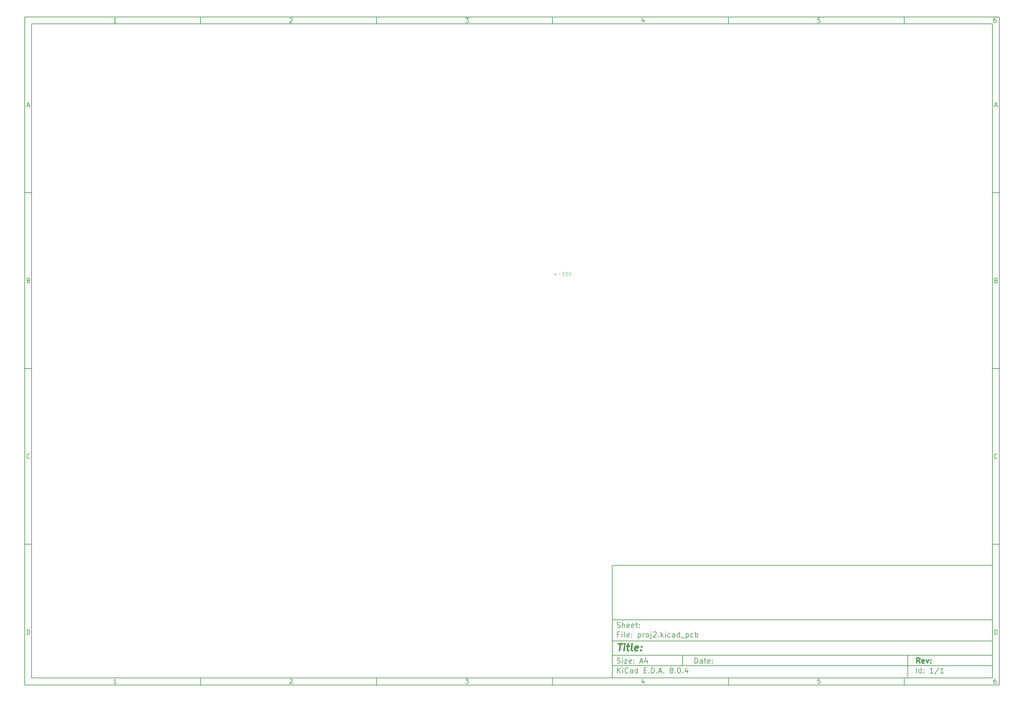
<source format=gbr>
%TF.GenerationSoftware,KiCad,Pcbnew,8.0.4*%
%TF.CreationDate,2024-08-22T11:34:41-04:00*%
%TF.ProjectId,proj2,70726f6a-322e-46b6-9963-61645f706362,rev?*%
%TF.SameCoordinates,Original*%
%TF.FileFunction,Legend,Bot*%
%TF.FilePolarity,Positive*%
%FSLAX46Y46*%
G04 Gerber Fmt 4.6, Leading zero omitted, Abs format (unit mm)*
G04 Created by KiCad (PCBNEW 8.0.4) date 2024-08-22 11:34:41*
%MOMM*%
%LPD*%
G01*
G04 APERTURE LIST*
%ADD10C,0.100000*%
%ADD11C,0.150000*%
%ADD12C,0.300000*%
%ADD13C,0.400000*%
%ADD14C,0.125000*%
G04 APERTURE END LIST*
D10*
D11*
X177002200Y-166007200D02*
X285002200Y-166007200D01*
X285002200Y-198007200D01*
X177002200Y-198007200D01*
X177002200Y-166007200D01*
D10*
D11*
X10000000Y-10000000D02*
X287002200Y-10000000D01*
X287002200Y-200007200D01*
X10000000Y-200007200D01*
X10000000Y-10000000D01*
D10*
D11*
X12000000Y-12000000D02*
X285002200Y-12000000D01*
X285002200Y-198007200D01*
X12000000Y-198007200D01*
X12000000Y-12000000D01*
D10*
D11*
X60000000Y-12000000D02*
X60000000Y-10000000D01*
D10*
D11*
X110000000Y-12000000D02*
X110000000Y-10000000D01*
D10*
D11*
X160000000Y-12000000D02*
X160000000Y-10000000D01*
D10*
D11*
X210000000Y-12000000D02*
X210000000Y-10000000D01*
D10*
D11*
X260000000Y-12000000D02*
X260000000Y-10000000D01*
D10*
D11*
X36089160Y-11593604D02*
X35346303Y-11593604D01*
X35717731Y-11593604D02*
X35717731Y-10293604D01*
X35717731Y-10293604D02*
X35593922Y-10479319D01*
X35593922Y-10479319D02*
X35470112Y-10603128D01*
X35470112Y-10603128D02*
X35346303Y-10665033D01*
D10*
D11*
X85346303Y-10417414D02*
X85408207Y-10355509D01*
X85408207Y-10355509D02*
X85532017Y-10293604D01*
X85532017Y-10293604D02*
X85841541Y-10293604D01*
X85841541Y-10293604D02*
X85965350Y-10355509D01*
X85965350Y-10355509D02*
X86027255Y-10417414D01*
X86027255Y-10417414D02*
X86089160Y-10541223D01*
X86089160Y-10541223D02*
X86089160Y-10665033D01*
X86089160Y-10665033D02*
X86027255Y-10850747D01*
X86027255Y-10850747D02*
X85284398Y-11593604D01*
X85284398Y-11593604D02*
X86089160Y-11593604D01*
D10*
D11*
X135284398Y-10293604D02*
X136089160Y-10293604D01*
X136089160Y-10293604D02*
X135655826Y-10788842D01*
X135655826Y-10788842D02*
X135841541Y-10788842D01*
X135841541Y-10788842D02*
X135965350Y-10850747D01*
X135965350Y-10850747D02*
X136027255Y-10912652D01*
X136027255Y-10912652D02*
X136089160Y-11036461D01*
X136089160Y-11036461D02*
X136089160Y-11345985D01*
X136089160Y-11345985D02*
X136027255Y-11469795D01*
X136027255Y-11469795D02*
X135965350Y-11531700D01*
X135965350Y-11531700D02*
X135841541Y-11593604D01*
X135841541Y-11593604D02*
X135470112Y-11593604D01*
X135470112Y-11593604D02*
X135346303Y-11531700D01*
X135346303Y-11531700D02*
X135284398Y-11469795D01*
D10*
D11*
X185965350Y-10726938D02*
X185965350Y-11593604D01*
X185655826Y-10231700D02*
X185346303Y-11160271D01*
X185346303Y-11160271D02*
X186151064Y-11160271D01*
D10*
D11*
X236027255Y-10293604D02*
X235408207Y-10293604D01*
X235408207Y-10293604D02*
X235346303Y-10912652D01*
X235346303Y-10912652D02*
X235408207Y-10850747D01*
X235408207Y-10850747D02*
X235532017Y-10788842D01*
X235532017Y-10788842D02*
X235841541Y-10788842D01*
X235841541Y-10788842D02*
X235965350Y-10850747D01*
X235965350Y-10850747D02*
X236027255Y-10912652D01*
X236027255Y-10912652D02*
X236089160Y-11036461D01*
X236089160Y-11036461D02*
X236089160Y-11345985D01*
X236089160Y-11345985D02*
X236027255Y-11469795D01*
X236027255Y-11469795D02*
X235965350Y-11531700D01*
X235965350Y-11531700D02*
X235841541Y-11593604D01*
X235841541Y-11593604D02*
X235532017Y-11593604D01*
X235532017Y-11593604D02*
X235408207Y-11531700D01*
X235408207Y-11531700D02*
X235346303Y-11469795D01*
D10*
D11*
X285965350Y-10293604D02*
X285717731Y-10293604D01*
X285717731Y-10293604D02*
X285593922Y-10355509D01*
X285593922Y-10355509D02*
X285532017Y-10417414D01*
X285532017Y-10417414D02*
X285408207Y-10603128D01*
X285408207Y-10603128D02*
X285346303Y-10850747D01*
X285346303Y-10850747D02*
X285346303Y-11345985D01*
X285346303Y-11345985D02*
X285408207Y-11469795D01*
X285408207Y-11469795D02*
X285470112Y-11531700D01*
X285470112Y-11531700D02*
X285593922Y-11593604D01*
X285593922Y-11593604D02*
X285841541Y-11593604D01*
X285841541Y-11593604D02*
X285965350Y-11531700D01*
X285965350Y-11531700D02*
X286027255Y-11469795D01*
X286027255Y-11469795D02*
X286089160Y-11345985D01*
X286089160Y-11345985D02*
X286089160Y-11036461D01*
X286089160Y-11036461D02*
X286027255Y-10912652D01*
X286027255Y-10912652D02*
X285965350Y-10850747D01*
X285965350Y-10850747D02*
X285841541Y-10788842D01*
X285841541Y-10788842D02*
X285593922Y-10788842D01*
X285593922Y-10788842D02*
X285470112Y-10850747D01*
X285470112Y-10850747D02*
X285408207Y-10912652D01*
X285408207Y-10912652D02*
X285346303Y-11036461D01*
D10*
D11*
X60000000Y-198007200D02*
X60000000Y-200007200D01*
D10*
D11*
X110000000Y-198007200D02*
X110000000Y-200007200D01*
D10*
D11*
X160000000Y-198007200D02*
X160000000Y-200007200D01*
D10*
D11*
X210000000Y-198007200D02*
X210000000Y-200007200D01*
D10*
D11*
X260000000Y-198007200D02*
X260000000Y-200007200D01*
D10*
D11*
X36089160Y-199600804D02*
X35346303Y-199600804D01*
X35717731Y-199600804D02*
X35717731Y-198300804D01*
X35717731Y-198300804D02*
X35593922Y-198486519D01*
X35593922Y-198486519D02*
X35470112Y-198610328D01*
X35470112Y-198610328D02*
X35346303Y-198672233D01*
D10*
D11*
X85346303Y-198424614D02*
X85408207Y-198362709D01*
X85408207Y-198362709D02*
X85532017Y-198300804D01*
X85532017Y-198300804D02*
X85841541Y-198300804D01*
X85841541Y-198300804D02*
X85965350Y-198362709D01*
X85965350Y-198362709D02*
X86027255Y-198424614D01*
X86027255Y-198424614D02*
X86089160Y-198548423D01*
X86089160Y-198548423D02*
X86089160Y-198672233D01*
X86089160Y-198672233D02*
X86027255Y-198857947D01*
X86027255Y-198857947D02*
X85284398Y-199600804D01*
X85284398Y-199600804D02*
X86089160Y-199600804D01*
D10*
D11*
X135284398Y-198300804D02*
X136089160Y-198300804D01*
X136089160Y-198300804D02*
X135655826Y-198796042D01*
X135655826Y-198796042D02*
X135841541Y-198796042D01*
X135841541Y-198796042D02*
X135965350Y-198857947D01*
X135965350Y-198857947D02*
X136027255Y-198919852D01*
X136027255Y-198919852D02*
X136089160Y-199043661D01*
X136089160Y-199043661D02*
X136089160Y-199353185D01*
X136089160Y-199353185D02*
X136027255Y-199476995D01*
X136027255Y-199476995D02*
X135965350Y-199538900D01*
X135965350Y-199538900D02*
X135841541Y-199600804D01*
X135841541Y-199600804D02*
X135470112Y-199600804D01*
X135470112Y-199600804D02*
X135346303Y-199538900D01*
X135346303Y-199538900D02*
X135284398Y-199476995D01*
D10*
D11*
X185965350Y-198734138D02*
X185965350Y-199600804D01*
X185655826Y-198238900D02*
X185346303Y-199167471D01*
X185346303Y-199167471D02*
X186151064Y-199167471D01*
D10*
D11*
X236027255Y-198300804D02*
X235408207Y-198300804D01*
X235408207Y-198300804D02*
X235346303Y-198919852D01*
X235346303Y-198919852D02*
X235408207Y-198857947D01*
X235408207Y-198857947D02*
X235532017Y-198796042D01*
X235532017Y-198796042D02*
X235841541Y-198796042D01*
X235841541Y-198796042D02*
X235965350Y-198857947D01*
X235965350Y-198857947D02*
X236027255Y-198919852D01*
X236027255Y-198919852D02*
X236089160Y-199043661D01*
X236089160Y-199043661D02*
X236089160Y-199353185D01*
X236089160Y-199353185D02*
X236027255Y-199476995D01*
X236027255Y-199476995D02*
X235965350Y-199538900D01*
X235965350Y-199538900D02*
X235841541Y-199600804D01*
X235841541Y-199600804D02*
X235532017Y-199600804D01*
X235532017Y-199600804D02*
X235408207Y-199538900D01*
X235408207Y-199538900D02*
X235346303Y-199476995D01*
D10*
D11*
X285965350Y-198300804D02*
X285717731Y-198300804D01*
X285717731Y-198300804D02*
X285593922Y-198362709D01*
X285593922Y-198362709D02*
X285532017Y-198424614D01*
X285532017Y-198424614D02*
X285408207Y-198610328D01*
X285408207Y-198610328D02*
X285346303Y-198857947D01*
X285346303Y-198857947D02*
X285346303Y-199353185D01*
X285346303Y-199353185D02*
X285408207Y-199476995D01*
X285408207Y-199476995D02*
X285470112Y-199538900D01*
X285470112Y-199538900D02*
X285593922Y-199600804D01*
X285593922Y-199600804D02*
X285841541Y-199600804D01*
X285841541Y-199600804D02*
X285965350Y-199538900D01*
X285965350Y-199538900D02*
X286027255Y-199476995D01*
X286027255Y-199476995D02*
X286089160Y-199353185D01*
X286089160Y-199353185D02*
X286089160Y-199043661D01*
X286089160Y-199043661D02*
X286027255Y-198919852D01*
X286027255Y-198919852D02*
X285965350Y-198857947D01*
X285965350Y-198857947D02*
X285841541Y-198796042D01*
X285841541Y-198796042D02*
X285593922Y-198796042D01*
X285593922Y-198796042D02*
X285470112Y-198857947D01*
X285470112Y-198857947D02*
X285408207Y-198919852D01*
X285408207Y-198919852D02*
X285346303Y-199043661D01*
D10*
D11*
X10000000Y-60000000D02*
X12000000Y-60000000D01*
D10*
D11*
X10000000Y-110000000D02*
X12000000Y-110000000D01*
D10*
D11*
X10000000Y-160000000D02*
X12000000Y-160000000D01*
D10*
D11*
X10690476Y-35222176D02*
X11309523Y-35222176D01*
X10566666Y-35593604D02*
X10999999Y-34293604D01*
X10999999Y-34293604D02*
X11433333Y-35593604D01*
D10*
D11*
X11092857Y-84912652D02*
X11278571Y-84974557D01*
X11278571Y-84974557D02*
X11340476Y-85036461D01*
X11340476Y-85036461D02*
X11402380Y-85160271D01*
X11402380Y-85160271D02*
X11402380Y-85345985D01*
X11402380Y-85345985D02*
X11340476Y-85469795D01*
X11340476Y-85469795D02*
X11278571Y-85531700D01*
X11278571Y-85531700D02*
X11154761Y-85593604D01*
X11154761Y-85593604D02*
X10659523Y-85593604D01*
X10659523Y-85593604D02*
X10659523Y-84293604D01*
X10659523Y-84293604D02*
X11092857Y-84293604D01*
X11092857Y-84293604D02*
X11216666Y-84355509D01*
X11216666Y-84355509D02*
X11278571Y-84417414D01*
X11278571Y-84417414D02*
X11340476Y-84541223D01*
X11340476Y-84541223D02*
X11340476Y-84665033D01*
X11340476Y-84665033D02*
X11278571Y-84788842D01*
X11278571Y-84788842D02*
X11216666Y-84850747D01*
X11216666Y-84850747D02*
X11092857Y-84912652D01*
X11092857Y-84912652D02*
X10659523Y-84912652D01*
D10*
D11*
X11402380Y-135469795D02*
X11340476Y-135531700D01*
X11340476Y-135531700D02*
X11154761Y-135593604D01*
X11154761Y-135593604D02*
X11030952Y-135593604D01*
X11030952Y-135593604D02*
X10845238Y-135531700D01*
X10845238Y-135531700D02*
X10721428Y-135407890D01*
X10721428Y-135407890D02*
X10659523Y-135284080D01*
X10659523Y-135284080D02*
X10597619Y-135036461D01*
X10597619Y-135036461D02*
X10597619Y-134850747D01*
X10597619Y-134850747D02*
X10659523Y-134603128D01*
X10659523Y-134603128D02*
X10721428Y-134479319D01*
X10721428Y-134479319D02*
X10845238Y-134355509D01*
X10845238Y-134355509D02*
X11030952Y-134293604D01*
X11030952Y-134293604D02*
X11154761Y-134293604D01*
X11154761Y-134293604D02*
X11340476Y-134355509D01*
X11340476Y-134355509D02*
X11402380Y-134417414D01*
D10*
D11*
X10659523Y-185593604D02*
X10659523Y-184293604D01*
X10659523Y-184293604D02*
X10969047Y-184293604D01*
X10969047Y-184293604D02*
X11154761Y-184355509D01*
X11154761Y-184355509D02*
X11278571Y-184479319D01*
X11278571Y-184479319D02*
X11340476Y-184603128D01*
X11340476Y-184603128D02*
X11402380Y-184850747D01*
X11402380Y-184850747D02*
X11402380Y-185036461D01*
X11402380Y-185036461D02*
X11340476Y-185284080D01*
X11340476Y-185284080D02*
X11278571Y-185407890D01*
X11278571Y-185407890D02*
X11154761Y-185531700D01*
X11154761Y-185531700D02*
X10969047Y-185593604D01*
X10969047Y-185593604D02*
X10659523Y-185593604D01*
D10*
D11*
X287002200Y-60000000D02*
X285002200Y-60000000D01*
D10*
D11*
X287002200Y-110000000D02*
X285002200Y-110000000D01*
D10*
D11*
X287002200Y-160000000D02*
X285002200Y-160000000D01*
D10*
D11*
X285692676Y-35222176D02*
X286311723Y-35222176D01*
X285568866Y-35593604D02*
X286002199Y-34293604D01*
X286002199Y-34293604D02*
X286435533Y-35593604D01*
D10*
D11*
X286095057Y-84912652D02*
X286280771Y-84974557D01*
X286280771Y-84974557D02*
X286342676Y-85036461D01*
X286342676Y-85036461D02*
X286404580Y-85160271D01*
X286404580Y-85160271D02*
X286404580Y-85345985D01*
X286404580Y-85345985D02*
X286342676Y-85469795D01*
X286342676Y-85469795D02*
X286280771Y-85531700D01*
X286280771Y-85531700D02*
X286156961Y-85593604D01*
X286156961Y-85593604D02*
X285661723Y-85593604D01*
X285661723Y-85593604D02*
X285661723Y-84293604D01*
X285661723Y-84293604D02*
X286095057Y-84293604D01*
X286095057Y-84293604D02*
X286218866Y-84355509D01*
X286218866Y-84355509D02*
X286280771Y-84417414D01*
X286280771Y-84417414D02*
X286342676Y-84541223D01*
X286342676Y-84541223D02*
X286342676Y-84665033D01*
X286342676Y-84665033D02*
X286280771Y-84788842D01*
X286280771Y-84788842D02*
X286218866Y-84850747D01*
X286218866Y-84850747D02*
X286095057Y-84912652D01*
X286095057Y-84912652D02*
X285661723Y-84912652D01*
D10*
D11*
X286404580Y-135469795D02*
X286342676Y-135531700D01*
X286342676Y-135531700D02*
X286156961Y-135593604D01*
X286156961Y-135593604D02*
X286033152Y-135593604D01*
X286033152Y-135593604D02*
X285847438Y-135531700D01*
X285847438Y-135531700D02*
X285723628Y-135407890D01*
X285723628Y-135407890D02*
X285661723Y-135284080D01*
X285661723Y-135284080D02*
X285599819Y-135036461D01*
X285599819Y-135036461D02*
X285599819Y-134850747D01*
X285599819Y-134850747D02*
X285661723Y-134603128D01*
X285661723Y-134603128D02*
X285723628Y-134479319D01*
X285723628Y-134479319D02*
X285847438Y-134355509D01*
X285847438Y-134355509D02*
X286033152Y-134293604D01*
X286033152Y-134293604D02*
X286156961Y-134293604D01*
X286156961Y-134293604D02*
X286342676Y-134355509D01*
X286342676Y-134355509D02*
X286404580Y-134417414D01*
D10*
D11*
X285661723Y-185593604D02*
X285661723Y-184293604D01*
X285661723Y-184293604D02*
X285971247Y-184293604D01*
X285971247Y-184293604D02*
X286156961Y-184355509D01*
X286156961Y-184355509D02*
X286280771Y-184479319D01*
X286280771Y-184479319D02*
X286342676Y-184603128D01*
X286342676Y-184603128D02*
X286404580Y-184850747D01*
X286404580Y-184850747D02*
X286404580Y-185036461D01*
X286404580Y-185036461D02*
X286342676Y-185284080D01*
X286342676Y-185284080D02*
X286280771Y-185407890D01*
X286280771Y-185407890D02*
X286156961Y-185531700D01*
X286156961Y-185531700D02*
X285971247Y-185593604D01*
X285971247Y-185593604D02*
X285661723Y-185593604D01*
D10*
D11*
X200458026Y-193793328D02*
X200458026Y-192293328D01*
X200458026Y-192293328D02*
X200815169Y-192293328D01*
X200815169Y-192293328D02*
X201029455Y-192364757D01*
X201029455Y-192364757D02*
X201172312Y-192507614D01*
X201172312Y-192507614D02*
X201243741Y-192650471D01*
X201243741Y-192650471D02*
X201315169Y-192936185D01*
X201315169Y-192936185D02*
X201315169Y-193150471D01*
X201315169Y-193150471D02*
X201243741Y-193436185D01*
X201243741Y-193436185D02*
X201172312Y-193579042D01*
X201172312Y-193579042D02*
X201029455Y-193721900D01*
X201029455Y-193721900D02*
X200815169Y-193793328D01*
X200815169Y-193793328D02*
X200458026Y-193793328D01*
X202600884Y-193793328D02*
X202600884Y-193007614D01*
X202600884Y-193007614D02*
X202529455Y-192864757D01*
X202529455Y-192864757D02*
X202386598Y-192793328D01*
X202386598Y-192793328D02*
X202100884Y-192793328D01*
X202100884Y-192793328D02*
X201958026Y-192864757D01*
X202600884Y-193721900D02*
X202458026Y-193793328D01*
X202458026Y-193793328D02*
X202100884Y-193793328D01*
X202100884Y-193793328D02*
X201958026Y-193721900D01*
X201958026Y-193721900D02*
X201886598Y-193579042D01*
X201886598Y-193579042D02*
X201886598Y-193436185D01*
X201886598Y-193436185D02*
X201958026Y-193293328D01*
X201958026Y-193293328D02*
X202100884Y-193221900D01*
X202100884Y-193221900D02*
X202458026Y-193221900D01*
X202458026Y-193221900D02*
X202600884Y-193150471D01*
X203100884Y-192793328D02*
X203672312Y-192793328D01*
X203315169Y-192293328D02*
X203315169Y-193579042D01*
X203315169Y-193579042D02*
X203386598Y-193721900D01*
X203386598Y-193721900D02*
X203529455Y-193793328D01*
X203529455Y-193793328D02*
X203672312Y-193793328D01*
X204743741Y-193721900D02*
X204600884Y-193793328D01*
X204600884Y-193793328D02*
X204315170Y-193793328D01*
X204315170Y-193793328D02*
X204172312Y-193721900D01*
X204172312Y-193721900D02*
X204100884Y-193579042D01*
X204100884Y-193579042D02*
X204100884Y-193007614D01*
X204100884Y-193007614D02*
X204172312Y-192864757D01*
X204172312Y-192864757D02*
X204315170Y-192793328D01*
X204315170Y-192793328D02*
X204600884Y-192793328D01*
X204600884Y-192793328D02*
X204743741Y-192864757D01*
X204743741Y-192864757D02*
X204815170Y-193007614D01*
X204815170Y-193007614D02*
X204815170Y-193150471D01*
X204815170Y-193150471D02*
X204100884Y-193293328D01*
X205458026Y-193650471D02*
X205529455Y-193721900D01*
X205529455Y-193721900D02*
X205458026Y-193793328D01*
X205458026Y-193793328D02*
X205386598Y-193721900D01*
X205386598Y-193721900D02*
X205458026Y-193650471D01*
X205458026Y-193650471D02*
X205458026Y-193793328D01*
X205458026Y-192864757D02*
X205529455Y-192936185D01*
X205529455Y-192936185D02*
X205458026Y-193007614D01*
X205458026Y-193007614D02*
X205386598Y-192936185D01*
X205386598Y-192936185D02*
X205458026Y-192864757D01*
X205458026Y-192864757D02*
X205458026Y-193007614D01*
D10*
D11*
X177002200Y-194507200D02*
X285002200Y-194507200D01*
D10*
D11*
X178458026Y-196593328D02*
X178458026Y-195093328D01*
X179315169Y-196593328D02*
X178672312Y-195736185D01*
X179315169Y-195093328D02*
X178458026Y-195950471D01*
X179958026Y-196593328D02*
X179958026Y-195593328D01*
X179958026Y-195093328D02*
X179886598Y-195164757D01*
X179886598Y-195164757D02*
X179958026Y-195236185D01*
X179958026Y-195236185D02*
X180029455Y-195164757D01*
X180029455Y-195164757D02*
X179958026Y-195093328D01*
X179958026Y-195093328D02*
X179958026Y-195236185D01*
X181529455Y-196450471D02*
X181458027Y-196521900D01*
X181458027Y-196521900D02*
X181243741Y-196593328D01*
X181243741Y-196593328D02*
X181100884Y-196593328D01*
X181100884Y-196593328D02*
X180886598Y-196521900D01*
X180886598Y-196521900D02*
X180743741Y-196379042D01*
X180743741Y-196379042D02*
X180672312Y-196236185D01*
X180672312Y-196236185D02*
X180600884Y-195950471D01*
X180600884Y-195950471D02*
X180600884Y-195736185D01*
X180600884Y-195736185D02*
X180672312Y-195450471D01*
X180672312Y-195450471D02*
X180743741Y-195307614D01*
X180743741Y-195307614D02*
X180886598Y-195164757D01*
X180886598Y-195164757D02*
X181100884Y-195093328D01*
X181100884Y-195093328D02*
X181243741Y-195093328D01*
X181243741Y-195093328D02*
X181458027Y-195164757D01*
X181458027Y-195164757D02*
X181529455Y-195236185D01*
X182815170Y-196593328D02*
X182815170Y-195807614D01*
X182815170Y-195807614D02*
X182743741Y-195664757D01*
X182743741Y-195664757D02*
X182600884Y-195593328D01*
X182600884Y-195593328D02*
X182315170Y-195593328D01*
X182315170Y-195593328D02*
X182172312Y-195664757D01*
X182815170Y-196521900D02*
X182672312Y-196593328D01*
X182672312Y-196593328D02*
X182315170Y-196593328D01*
X182315170Y-196593328D02*
X182172312Y-196521900D01*
X182172312Y-196521900D02*
X182100884Y-196379042D01*
X182100884Y-196379042D02*
X182100884Y-196236185D01*
X182100884Y-196236185D02*
X182172312Y-196093328D01*
X182172312Y-196093328D02*
X182315170Y-196021900D01*
X182315170Y-196021900D02*
X182672312Y-196021900D01*
X182672312Y-196021900D02*
X182815170Y-195950471D01*
X184172313Y-196593328D02*
X184172313Y-195093328D01*
X184172313Y-196521900D02*
X184029455Y-196593328D01*
X184029455Y-196593328D02*
X183743741Y-196593328D01*
X183743741Y-196593328D02*
X183600884Y-196521900D01*
X183600884Y-196521900D02*
X183529455Y-196450471D01*
X183529455Y-196450471D02*
X183458027Y-196307614D01*
X183458027Y-196307614D02*
X183458027Y-195879042D01*
X183458027Y-195879042D02*
X183529455Y-195736185D01*
X183529455Y-195736185D02*
X183600884Y-195664757D01*
X183600884Y-195664757D02*
X183743741Y-195593328D01*
X183743741Y-195593328D02*
X184029455Y-195593328D01*
X184029455Y-195593328D02*
X184172313Y-195664757D01*
X186029455Y-195807614D02*
X186529455Y-195807614D01*
X186743741Y-196593328D02*
X186029455Y-196593328D01*
X186029455Y-196593328D02*
X186029455Y-195093328D01*
X186029455Y-195093328D02*
X186743741Y-195093328D01*
X187386598Y-196450471D02*
X187458027Y-196521900D01*
X187458027Y-196521900D02*
X187386598Y-196593328D01*
X187386598Y-196593328D02*
X187315170Y-196521900D01*
X187315170Y-196521900D02*
X187386598Y-196450471D01*
X187386598Y-196450471D02*
X187386598Y-196593328D01*
X188100884Y-196593328D02*
X188100884Y-195093328D01*
X188100884Y-195093328D02*
X188458027Y-195093328D01*
X188458027Y-195093328D02*
X188672313Y-195164757D01*
X188672313Y-195164757D02*
X188815170Y-195307614D01*
X188815170Y-195307614D02*
X188886599Y-195450471D01*
X188886599Y-195450471D02*
X188958027Y-195736185D01*
X188958027Y-195736185D02*
X188958027Y-195950471D01*
X188958027Y-195950471D02*
X188886599Y-196236185D01*
X188886599Y-196236185D02*
X188815170Y-196379042D01*
X188815170Y-196379042D02*
X188672313Y-196521900D01*
X188672313Y-196521900D02*
X188458027Y-196593328D01*
X188458027Y-196593328D02*
X188100884Y-196593328D01*
X189600884Y-196450471D02*
X189672313Y-196521900D01*
X189672313Y-196521900D02*
X189600884Y-196593328D01*
X189600884Y-196593328D02*
X189529456Y-196521900D01*
X189529456Y-196521900D02*
X189600884Y-196450471D01*
X189600884Y-196450471D02*
X189600884Y-196593328D01*
X190243742Y-196164757D02*
X190958028Y-196164757D01*
X190100885Y-196593328D02*
X190600885Y-195093328D01*
X190600885Y-195093328D02*
X191100885Y-196593328D01*
X191600884Y-196450471D02*
X191672313Y-196521900D01*
X191672313Y-196521900D02*
X191600884Y-196593328D01*
X191600884Y-196593328D02*
X191529456Y-196521900D01*
X191529456Y-196521900D02*
X191600884Y-196450471D01*
X191600884Y-196450471D02*
X191600884Y-196593328D01*
X193672313Y-195736185D02*
X193529456Y-195664757D01*
X193529456Y-195664757D02*
X193458027Y-195593328D01*
X193458027Y-195593328D02*
X193386599Y-195450471D01*
X193386599Y-195450471D02*
X193386599Y-195379042D01*
X193386599Y-195379042D02*
X193458027Y-195236185D01*
X193458027Y-195236185D02*
X193529456Y-195164757D01*
X193529456Y-195164757D02*
X193672313Y-195093328D01*
X193672313Y-195093328D02*
X193958027Y-195093328D01*
X193958027Y-195093328D02*
X194100885Y-195164757D01*
X194100885Y-195164757D02*
X194172313Y-195236185D01*
X194172313Y-195236185D02*
X194243742Y-195379042D01*
X194243742Y-195379042D02*
X194243742Y-195450471D01*
X194243742Y-195450471D02*
X194172313Y-195593328D01*
X194172313Y-195593328D02*
X194100885Y-195664757D01*
X194100885Y-195664757D02*
X193958027Y-195736185D01*
X193958027Y-195736185D02*
X193672313Y-195736185D01*
X193672313Y-195736185D02*
X193529456Y-195807614D01*
X193529456Y-195807614D02*
X193458027Y-195879042D01*
X193458027Y-195879042D02*
X193386599Y-196021900D01*
X193386599Y-196021900D02*
X193386599Y-196307614D01*
X193386599Y-196307614D02*
X193458027Y-196450471D01*
X193458027Y-196450471D02*
X193529456Y-196521900D01*
X193529456Y-196521900D02*
X193672313Y-196593328D01*
X193672313Y-196593328D02*
X193958027Y-196593328D01*
X193958027Y-196593328D02*
X194100885Y-196521900D01*
X194100885Y-196521900D02*
X194172313Y-196450471D01*
X194172313Y-196450471D02*
X194243742Y-196307614D01*
X194243742Y-196307614D02*
X194243742Y-196021900D01*
X194243742Y-196021900D02*
X194172313Y-195879042D01*
X194172313Y-195879042D02*
X194100885Y-195807614D01*
X194100885Y-195807614D02*
X193958027Y-195736185D01*
X194886598Y-196450471D02*
X194958027Y-196521900D01*
X194958027Y-196521900D02*
X194886598Y-196593328D01*
X194886598Y-196593328D02*
X194815170Y-196521900D01*
X194815170Y-196521900D02*
X194886598Y-196450471D01*
X194886598Y-196450471D02*
X194886598Y-196593328D01*
X195886599Y-195093328D02*
X196029456Y-195093328D01*
X196029456Y-195093328D02*
X196172313Y-195164757D01*
X196172313Y-195164757D02*
X196243742Y-195236185D01*
X196243742Y-195236185D02*
X196315170Y-195379042D01*
X196315170Y-195379042D02*
X196386599Y-195664757D01*
X196386599Y-195664757D02*
X196386599Y-196021900D01*
X196386599Y-196021900D02*
X196315170Y-196307614D01*
X196315170Y-196307614D02*
X196243742Y-196450471D01*
X196243742Y-196450471D02*
X196172313Y-196521900D01*
X196172313Y-196521900D02*
X196029456Y-196593328D01*
X196029456Y-196593328D02*
X195886599Y-196593328D01*
X195886599Y-196593328D02*
X195743742Y-196521900D01*
X195743742Y-196521900D02*
X195672313Y-196450471D01*
X195672313Y-196450471D02*
X195600884Y-196307614D01*
X195600884Y-196307614D02*
X195529456Y-196021900D01*
X195529456Y-196021900D02*
X195529456Y-195664757D01*
X195529456Y-195664757D02*
X195600884Y-195379042D01*
X195600884Y-195379042D02*
X195672313Y-195236185D01*
X195672313Y-195236185D02*
X195743742Y-195164757D01*
X195743742Y-195164757D02*
X195886599Y-195093328D01*
X197029455Y-196450471D02*
X197100884Y-196521900D01*
X197100884Y-196521900D02*
X197029455Y-196593328D01*
X197029455Y-196593328D02*
X196958027Y-196521900D01*
X196958027Y-196521900D02*
X197029455Y-196450471D01*
X197029455Y-196450471D02*
X197029455Y-196593328D01*
X198386599Y-195593328D02*
X198386599Y-196593328D01*
X198029456Y-195021900D02*
X197672313Y-196093328D01*
X197672313Y-196093328D02*
X198600884Y-196093328D01*
D10*
D11*
X177002200Y-191507200D02*
X285002200Y-191507200D01*
D10*
D12*
X264413853Y-193785528D02*
X263913853Y-193071242D01*
X263556710Y-193785528D02*
X263556710Y-192285528D01*
X263556710Y-192285528D02*
X264128139Y-192285528D01*
X264128139Y-192285528D02*
X264270996Y-192356957D01*
X264270996Y-192356957D02*
X264342425Y-192428385D01*
X264342425Y-192428385D02*
X264413853Y-192571242D01*
X264413853Y-192571242D02*
X264413853Y-192785528D01*
X264413853Y-192785528D02*
X264342425Y-192928385D01*
X264342425Y-192928385D02*
X264270996Y-192999814D01*
X264270996Y-192999814D02*
X264128139Y-193071242D01*
X264128139Y-193071242D02*
X263556710Y-193071242D01*
X265628139Y-193714100D02*
X265485282Y-193785528D01*
X265485282Y-193785528D02*
X265199568Y-193785528D01*
X265199568Y-193785528D02*
X265056710Y-193714100D01*
X265056710Y-193714100D02*
X264985282Y-193571242D01*
X264985282Y-193571242D02*
X264985282Y-192999814D01*
X264985282Y-192999814D02*
X265056710Y-192856957D01*
X265056710Y-192856957D02*
X265199568Y-192785528D01*
X265199568Y-192785528D02*
X265485282Y-192785528D01*
X265485282Y-192785528D02*
X265628139Y-192856957D01*
X265628139Y-192856957D02*
X265699568Y-192999814D01*
X265699568Y-192999814D02*
X265699568Y-193142671D01*
X265699568Y-193142671D02*
X264985282Y-193285528D01*
X266199567Y-192785528D02*
X266556710Y-193785528D01*
X266556710Y-193785528D02*
X266913853Y-192785528D01*
X267485281Y-193642671D02*
X267556710Y-193714100D01*
X267556710Y-193714100D02*
X267485281Y-193785528D01*
X267485281Y-193785528D02*
X267413853Y-193714100D01*
X267413853Y-193714100D02*
X267485281Y-193642671D01*
X267485281Y-193642671D02*
X267485281Y-193785528D01*
X267485281Y-192856957D02*
X267556710Y-192928385D01*
X267556710Y-192928385D02*
X267485281Y-192999814D01*
X267485281Y-192999814D02*
X267413853Y-192928385D01*
X267413853Y-192928385D02*
X267485281Y-192856957D01*
X267485281Y-192856957D02*
X267485281Y-192999814D01*
D10*
D11*
X178386598Y-193721900D02*
X178600884Y-193793328D01*
X178600884Y-193793328D02*
X178958026Y-193793328D01*
X178958026Y-193793328D02*
X179100884Y-193721900D01*
X179100884Y-193721900D02*
X179172312Y-193650471D01*
X179172312Y-193650471D02*
X179243741Y-193507614D01*
X179243741Y-193507614D02*
X179243741Y-193364757D01*
X179243741Y-193364757D02*
X179172312Y-193221900D01*
X179172312Y-193221900D02*
X179100884Y-193150471D01*
X179100884Y-193150471D02*
X178958026Y-193079042D01*
X178958026Y-193079042D02*
X178672312Y-193007614D01*
X178672312Y-193007614D02*
X178529455Y-192936185D01*
X178529455Y-192936185D02*
X178458026Y-192864757D01*
X178458026Y-192864757D02*
X178386598Y-192721900D01*
X178386598Y-192721900D02*
X178386598Y-192579042D01*
X178386598Y-192579042D02*
X178458026Y-192436185D01*
X178458026Y-192436185D02*
X178529455Y-192364757D01*
X178529455Y-192364757D02*
X178672312Y-192293328D01*
X178672312Y-192293328D02*
X179029455Y-192293328D01*
X179029455Y-192293328D02*
X179243741Y-192364757D01*
X179886597Y-193793328D02*
X179886597Y-192793328D01*
X179886597Y-192293328D02*
X179815169Y-192364757D01*
X179815169Y-192364757D02*
X179886597Y-192436185D01*
X179886597Y-192436185D02*
X179958026Y-192364757D01*
X179958026Y-192364757D02*
X179886597Y-192293328D01*
X179886597Y-192293328D02*
X179886597Y-192436185D01*
X180458026Y-192793328D02*
X181243741Y-192793328D01*
X181243741Y-192793328D02*
X180458026Y-193793328D01*
X180458026Y-193793328D02*
X181243741Y-193793328D01*
X182386598Y-193721900D02*
X182243741Y-193793328D01*
X182243741Y-193793328D02*
X181958027Y-193793328D01*
X181958027Y-193793328D02*
X181815169Y-193721900D01*
X181815169Y-193721900D02*
X181743741Y-193579042D01*
X181743741Y-193579042D02*
X181743741Y-193007614D01*
X181743741Y-193007614D02*
X181815169Y-192864757D01*
X181815169Y-192864757D02*
X181958027Y-192793328D01*
X181958027Y-192793328D02*
X182243741Y-192793328D01*
X182243741Y-192793328D02*
X182386598Y-192864757D01*
X182386598Y-192864757D02*
X182458027Y-193007614D01*
X182458027Y-193007614D02*
X182458027Y-193150471D01*
X182458027Y-193150471D02*
X181743741Y-193293328D01*
X183100883Y-193650471D02*
X183172312Y-193721900D01*
X183172312Y-193721900D02*
X183100883Y-193793328D01*
X183100883Y-193793328D02*
X183029455Y-193721900D01*
X183029455Y-193721900D02*
X183100883Y-193650471D01*
X183100883Y-193650471D02*
X183100883Y-193793328D01*
X183100883Y-192864757D02*
X183172312Y-192936185D01*
X183172312Y-192936185D02*
X183100883Y-193007614D01*
X183100883Y-193007614D02*
X183029455Y-192936185D01*
X183029455Y-192936185D02*
X183100883Y-192864757D01*
X183100883Y-192864757D02*
X183100883Y-193007614D01*
X184886598Y-193364757D02*
X185600884Y-193364757D01*
X184743741Y-193793328D02*
X185243741Y-192293328D01*
X185243741Y-192293328D02*
X185743741Y-193793328D01*
X186886598Y-192793328D02*
X186886598Y-193793328D01*
X186529455Y-192221900D02*
X186172312Y-193293328D01*
X186172312Y-193293328D02*
X187100883Y-193293328D01*
D10*
D11*
X263458026Y-196593328D02*
X263458026Y-195093328D01*
X264815170Y-196593328D02*
X264815170Y-195093328D01*
X264815170Y-196521900D02*
X264672312Y-196593328D01*
X264672312Y-196593328D02*
X264386598Y-196593328D01*
X264386598Y-196593328D02*
X264243741Y-196521900D01*
X264243741Y-196521900D02*
X264172312Y-196450471D01*
X264172312Y-196450471D02*
X264100884Y-196307614D01*
X264100884Y-196307614D02*
X264100884Y-195879042D01*
X264100884Y-195879042D02*
X264172312Y-195736185D01*
X264172312Y-195736185D02*
X264243741Y-195664757D01*
X264243741Y-195664757D02*
X264386598Y-195593328D01*
X264386598Y-195593328D02*
X264672312Y-195593328D01*
X264672312Y-195593328D02*
X264815170Y-195664757D01*
X265529455Y-196450471D02*
X265600884Y-196521900D01*
X265600884Y-196521900D02*
X265529455Y-196593328D01*
X265529455Y-196593328D02*
X265458027Y-196521900D01*
X265458027Y-196521900D02*
X265529455Y-196450471D01*
X265529455Y-196450471D02*
X265529455Y-196593328D01*
X265529455Y-195664757D02*
X265600884Y-195736185D01*
X265600884Y-195736185D02*
X265529455Y-195807614D01*
X265529455Y-195807614D02*
X265458027Y-195736185D01*
X265458027Y-195736185D02*
X265529455Y-195664757D01*
X265529455Y-195664757D02*
X265529455Y-195807614D01*
X268172313Y-196593328D02*
X267315170Y-196593328D01*
X267743741Y-196593328D02*
X267743741Y-195093328D01*
X267743741Y-195093328D02*
X267600884Y-195307614D01*
X267600884Y-195307614D02*
X267458027Y-195450471D01*
X267458027Y-195450471D02*
X267315170Y-195521900D01*
X269886598Y-195021900D02*
X268600884Y-196950471D01*
X271172313Y-196593328D02*
X270315170Y-196593328D01*
X270743741Y-196593328D02*
X270743741Y-195093328D01*
X270743741Y-195093328D02*
X270600884Y-195307614D01*
X270600884Y-195307614D02*
X270458027Y-195450471D01*
X270458027Y-195450471D02*
X270315170Y-195521900D01*
D10*
D11*
X177002200Y-187507200D02*
X285002200Y-187507200D01*
D10*
D13*
X178693928Y-188211638D02*
X179836785Y-188211638D01*
X179015357Y-190211638D02*
X179265357Y-188211638D01*
X180253452Y-190211638D02*
X180420119Y-188878304D01*
X180503452Y-188211638D02*
X180396309Y-188306876D01*
X180396309Y-188306876D02*
X180479643Y-188402114D01*
X180479643Y-188402114D02*
X180586786Y-188306876D01*
X180586786Y-188306876D02*
X180503452Y-188211638D01*
X180503452Y-188211638D02*
X180479643Y-188402114D01*
X181086786Y-188878304D02*
X181848690Y-188878304D01*
X181455833Y-188211638D02*
X181241548Y-189925923D01*
X181241548Y-189925923D02*
X181312976Y-190116400D01*
X181312976Y-190116400D02*
X181491548Y-190211638D01*
X181491548Y-190211638D02*
X181682024Y-190211638D01*
X182634405Y-190211638D02*
X182455833Y-190116400D01*
X182455833Y-190116400D02*
X182384405Y-189925923D01*
X182384405Y-189925923D02*
X182598690Y-188211638D01*
X184170119Y-190116400D02*
X183967738Y-190211638D01*
X183967738Y-190211638D02*
X183586785Y-190211638D01*
X183586785Y-190211638D02*
X183408214Y-190116400D01*
X183408214Y-190116400D02*
X183336785Y-189925923D01*
X183336785Y-189925923D02*
X183432024Y-189164019D01*
X183432024Y-189164019D02*
X183551071Y-188973542D01*
X183551071Y-188973542D02*
X183753452Y-188878304D01*
X183753452Y-188878304D02*
X184134404Y-188878304D01*
X184134404Y-188878304D02*
X184312976Y-188973542D01*
X184312976Y-188973542D02*
X184384404Y-189164019D01*
X184384404Y-189164019D02*
X184360595Y-189354495D01*
X184360595Y-189354495D02*
X183384404Y-189544971D01*
X185134405Y-190021161D02*
X185217738Y-190116400D01*
X185217738Y-190116400D02*
X185110595Y-190211638D01*
X185110595Y-190211638D02*
X185027262Y-190116400D01*
X185027262Y-190116400D02*
X185134405Y-190021161D01*
X185134405Y-190021161D02*
X185110595Y-190211638D01*
X185265357Y-188973542D02*
X185348690Y-189068780D01*
X185348690Y-189068780D02*
X185241548Y-189164019D01*
X185241548Y-189164019D02*
X185158214Y-189068780D01*
X185158214Y-189068780D02*
X185265357Y-188973542D01*
X185265357Y-188973542D02*
X185241548Y-189164019D01*
D10*
D11*
X178958026Y-185607614D02*
X178458026Y-185607614D01*
X178458026Y-186393328D02*
X178458026Y-184893328D01*
X178458026Y-184893328D02*
X179172312Y-184893328D01*
X179743740Y-186393328D02*
X179743740Y-185393328D01*
X179743740Y-184893328D02*
X179672312Y-184964757D01*
X179672312Y-184964757D02*
X179743740Y-185036185D01*
X179743740Y-185036185D02*
X179815169Y-184964757D01*
X179815169Y-184964757D02*
X179743740Y-184893328D01*
X179743740Y-184893328D02*
X179743740Y-185036185D01*
X180672312Y-186393328D02*
X180529455Y-186321900D01*
X180529455Y-186321900D02*
X180458026Y-186179042D01*
X180458026Y-186179042D02*
X180458026Y-184893328D01*
X181815169Y-186321900D02*
X181672312Y-186393328D01*
X181672312Y-186393328D02*
X181386598Y-186393328D01*
X181386598Y-186393328D02*
X181243740Y-186321900D01*
X181243740Y-186321900D02*
X181172312Y-186179042D01*
X181172312Y-186179042D02*
X181172312Y-185607614D01*
X181172312Y-185607614D02*
X181243740Y-185464757D01*
X181243740Y-185464757D02*
X181386598Y-185393328D01*
X181386598Y-185393328D02*
X181672312Y-185393328D01*
X181672312Y-185393328D02*
X181815169Y-185464757D01*
X181815169Y-185464757D02*
X181886598Y-185607614D01*
X181886598Y-185607614D02*
X181886598Y-185750471D01*
X181886598Y-185750471D02*
X181172312Y-185893328D01*
X182529454Y-186250471D02*
X182600883Y-186321900D01*
X182600883Y-186321900D02*
X182529454Y-186393328D01*
X182529454Y-186393328D02*
X182458026Y-186321900D01*
X182458026Y-186321900D02*
X182529454Y-186250471D01*
X182529454Y-186250471D02*
X182529454Y-186393328D01*
X182529454Y-185464757D02*
X182600883Y-185536185D01*
X182600883Y-185536185D02*
X182529454Y-185607614D01*
X182529454Y-185607614D02*
X182458026Y-185536185D01*
X182458026Y-185536185D02*
X182529454Y-185464757D01*
X182529454Y-185464757D02*
X182529454Y-185607614D01*
X184386597Y-185393328D02*
X184386597Y-186893328D01*
X184386597Y-185464757D02*
X184529455Y-185393328D01*
X184529455Y-185393328D02*
X184815169Y-185393328D01*
X184815169Y-185393328D02*
X184958026Y-185464757D01*
X184958026Y-185464757D02*
X185029455Y-185536185D01*
X185029455Y-185536185D02*
X185100883Y-185679042D01*
X185100883Y-185679042D02*
X185100883Y-186107614D01*
X185100883Y-186107614D02*
X185029455Y-186250471D01*
X185029455Y-186250471D02*
X184958026Y-186321900D01*
X184958026Y-186321900D02*
X184815169Y-186393328D01*
X184815169Y-186393328D02*
X184529455Y-186393328D01*
X184529455Y-186393328D02*
X184386597Y-186321900D01*
X185743740Y-186393328D02*
X185743740Y-185393328D01*
X185743740Y-185679042D02*
X185815169Y-185536185D01*
X185815169Y-185536185D02*
X185886598Y-185464757D01*
X185886598Y-185464757D02*
X186029455Y-185393328D01*
X186029455Y-185393328D02*
X186172312Y-185393328D01*
X186886597Y-186393328D02*
X186743740Y-186321900D01*
X186743740Y-186321900D02*
X186672311Y-186250471D01*
X186672311Y-186250471D02*
X186600883Y-186107614D01*
X186600883Y-186107614D02*
X186600883Y-185679042D01*
X186600883Y-185679042D02*
X186672311Y-185536185D01*
X186672311Y-185536185D02*
X186743740Y-185464757D01*
X186743740Y-185464757D02*
X186886597Y-185393328D01*
X186886597Y-185393328D02*
X187100883Y-185393328D01*
X187100883Y-185393328D02*
X187243740Y-185464757D01*
X187243740Y-185464757D02*
X187315169Y-185536185D01*
X187315169Y-185536185D02*
X187386597Y-185679042D01*
X187386597Y-185679042D02*
X187386597Y-186107614D01*
X187386597Y-186107614D02*
X187315169Y-186250471D01*
X187315169Y-186250471D02*
X187243740Y-186321900D01*
X187243740Y-186321900D02*
X187100883Y-186393328D01*
X187100883Y-186393328D02*
X186886597Y-186393328D01*
X188029454Y-185393328D02*
X188029454Y-186679042D01*
X188029454Y-186679042D02*
X187958026Y-186821900D01*
X187958026Y-186821900D02*
X187815169Y-186893328D01*
X187815169Y-186893328D02*
X187743740Y-186893328D01*
X188029454Y-184893328D02*
X187958026Y-184964757D01*
X187958026Y-184964757D02*
X188029454Y-185036185D01*
X188029454Y-185036185D02*
X188100883Y-184964757D01*
X188100883Y-184964757D02*
X188029454Y-184893328D01*
X188029454Y-184893328D02*
X188029454Y-185036185D01*
X188672312Y-185036185D02*
X188743740Y-184964757D01*
X188743740Y-184964757D02*
X188886598Y-184893328D01*
X188886598Y-184893328D02*
X189243740Y-184893328D01*
X189243740Y-184893328D02*
X189386598Y-184964757D01*
X189386598Y-184964757D02*
X189458026Y-185036185D01*
X189458026Y-185036185D02*
X189529455Y-185179042D01*
X189529455Y-185179042D02*
X189529455Y-185321900D01*
X189529455Y-185321900D02*
X189458026Y-185536185D01*
X189458026Y-185536185D02*
X188600883Y-186393328D01*
X188600883Y-186393328D02*
X189529455Y-186393328D01*
X190172311Y-186250471D02*
X190243740Y-186321900D01*
X190243740Y-186321900D02*
X190172311Y-186393328D01*
X190172311Y-186393328D02*
X190100883Y-186321900D01*
X190100883Y-186321900D02*
X190172311Y-186250471D01*
X190172311Y-186250471D02*
X190172311Y-186393328D01*
X190886597Y-186393328D02*
X190886597Y-184893328D01*
X191029455Y-185821900D02*
X191458026Y-186393328D01*
X191458026Y-185393328D02*
X190886597Y-185964757D01*
X192100883Y-186393328D02*
X192100883Y-185393328D01*
X192100883Y-184893328D02*
X192029455Y-184964757D01*
X192029455Y-184964757D02*
X192100883Y-185036185D01*
X192100883Y-185036185D02*
X192172312Y-184964757D01*
X192172312Y-184964757D02*
X192100883Y-184893328D01*
X192100883Y-184893328D02*
X192100883Y-185036185D01*
X193458027Y-186321900D02*
X193315169Y-186393328D01*
X193315169Y-186393328D02*
X193029455Y-186393328D01*
X193029455Y-186393328D02*
X192886598Y-186321900D01*
X192886598Y-186321900D02*
X192815169Y-186250471D01*
X192815169Y-186250471D02*
X192743741Y-186107614D01*
X192743741Y-186107614D02*
X192743741Y-185679042D01*
X192743741Y-185679042D02*
X192815169Y-185536185D01*
X192815169Y-185536185D02*
X192886598Y-185464757D01*
X192886598Y-185464757D02*
X193029455Y-185393328D01*
X193029455Y-185393328D02*
X193315169Y-185393328D01*
X193315169Y-185393328D02*
X193458027Y-185464757D01*
X194743741Y-186393328D02*
X194743741Y-185607614D01*
X194743741Y-185607614D02*
X194672312Y-185464757D01*
X194672312Y-185464757D02*
X194529455Y-185393328D01*
X194529455Y-185393328D02*
X194243741Y-185393328D01*
X194243741Y-185393328D02*
X194100883Y-185464757D01*
X194743741Y-186321900D02*
X194600883Y-186393328D01*
X194600883Y-186393328D02*
X194243741Y-186393328D01*
X194243741Y-186393328D02*
X194100883Y-186321900D01*
X194100883Y-186321900D02*
X194029455Y-186179042D01*
X194029455Y-186179042D02*
X194029455Y-186036185D01*
X194029455Y-186036185D02*
X194100883Y-185893328D01*
X194100883Y-185893328D02*
X194243741Y-185821900D01*
X194243741Y-185821900D02*
X194600883Y-185821900D01*
X194600883Y-185821900D02*
X194743741Y-185750471D01*
X196100884Y-186393328D02*
X196100884Y-184893328D01*
X196100884Y-186321900D02*
X195958026Y-186393328D01*
X195958026Y-186393328D02*
X195672312Y-186393328D01*
X195672312Y-186393328D02*
X195529455Y-186321900D01*
X195529455Y-186321900D02*
X195458026Y-186250471D01*
X195458026Y-186250471D02*
X195386598Y-186107614D01*
X195386598Y-186107614D02*
X195386598Y-185679042D01*
X195386598Y-185679042D02*
X195458026Y-185536185D01*
X195458026Y-185536185D02*
X195529455Y-185464757D01*
X195529455Y-185464757D02*
X195672312Y-185393328D01*
X195672312Y-185393328D02*
X195958026Y-185393328D01*
X195958026Y-185393328D02*
X196100884Y-185464757D01*
X196458027Y-186536185D02*
X197600884Y-186536185D01*
X197958026Y-185393328D02*
X197958026Y-186893328D01*
X197958026Y-185464757D02*
X198100884Y-185393328D01*
X198100884Y-185393328D02*
X198386598Y-185393328D01*
X198386598Y-185393328D02*
X198529455Y-185464757D01*
X198529455Y-185464757D02*
X198600884Y-185536185D01*
X198600884Y-185536185D02*
X198672312Y-185679042D01*
X198672312Y-185679042D02*
X198672312Y-186107614D01*
X198672312Y-186107614D02*
X198600884Y-186250471D01*
X198600884Y-186250471D02*
X198529455Y-186321900D01*
X198529455Y-186321900D02*
X198386598Y-186393328D01*
X198386598Y-186393328D02*
X198100884Y-186393328D01*
X198100884Y-186393328D02*
X197958026Y-186321900D01*
X199958027Y-186321900D02*
X199815169Y-186393328D01*
X199815169Y-186393328D02*
X199529455Y-186393328D01*
X199529455Y-186393328D02*
X199386598Y-186321900D01*
X199386598Y-186321900D02*
X199315169Y-186250471D01*
X199315169Y-186250471D02*
X199243741Y-186107614D01*
X199243741Y-186107614D02*
X199243741Y-185679042D01*
X199243741Y-185679042D02*
X199315169Y-185536185D01*
X199315169Y-185536185D02*
X199386598Y-185464757D01*
X199386598Y-185464757D02*
X199529455Y-185393328D01*
X199529455Y-185393328D02*
X199815169Y-185393328D01*
X199815169Y-185393328D02*
X199958027Y-185464757D01*
X200600883Y-186393328D02*
X200600883Y-184893328D01*
X200600883Y-185464757D02*
X200743741Y-185393328D01*
X200743741Y-185393328D02*
X201029455Y-185393328D01*
X201029455Y-185393328D02*
X201172312Y-185464757D01*
X201172312Y-185464757D02*
X201243741Y-185536185D01*
X201243741Y-185536185D02*
X201315169Y-185679042D01*
X201315169Y-185679042D02*
X201315169Y-186107614D01*
X201315169Y-186107614D02*
X201243741Y-186250471D01*
X201243741Y-186250471D02*
X201172312Y-186321900D01*
X201172312Y-186321900D02*
X201029455Y-186393328D01*
X201029455Y-186393328D02*
X200743741Y-186393328D01*
X200743741Y-186393328D02*
X200600883Y-186321900D01*
D10*
D11*
X177002200Y-181507200D02*
X285002200Y-181507200D01*
D10*
D11*
X178386598Y-183621900D02*
X178600884Y-183693328D01*
X178600884Y-183693328D02*
X178958026Y-183693328D01*
X178958026Y-183693328D02*
X179100884Y-183621900D01*
X179100884Y-183621900D02*
X179172312Y-183550471D01*
X179172312Y-183550471D02*
X179243741Y-183407614D01*
X179243741Y-183407614D02*
X179243741Y-183264757D01*
X179243741Y-183264757D02*
X179172312Y-183121900D01*
X179172312Y-183121900D02*
X179100884Y-183050471D01*
X179100884Y-183050471D02*
X178958026Y-182979042D01*
X178958026Y-182979042D02*
X178672312Y-182907614D01*
X178672312Y-182907614D02*
X178529455Y-182836185D01*
X178529455Y-182836185D02*
X178458026Y-182764757D01*
X178458026Y-182764757D02*
X178386598Y-182621900D01*
X178386598Y-182621900D02*
X178386598Y-182479042D01*
X178386598Y-182479042D02*
X178458026Y-182336185D01*
X178458026Y-182336185D02*
X178529455Y-182264757D01*
X178529455Y-182264757D02*
X178672312Y-182193328D01*
X178672312Y-182193328D02*
X179029455Y-182193328D01*
X179029455Y-182193328D02*
X179243741Y-182264757D01*
X179886597Y-183693328D02*
X179886597Y-182193328D01*
X180529455Y-183693328D02*
X180529455Y-182907614D01*
X180529455Y-182907614D02*
X180458026Y-182764757D01*
X180458026Y-182764757D02*
X180315169Y-182693328D01*
X180315169Y-182693328D02*
X180100883Y-182693328D01*
X180100883Y-182693328D02*
X179958026Y-182764757D01*
X179958026Y-182764757D02*
X179886597Y-182836185D01*
X181815169Y-183621900D02*
X181672312Y-183693328D01*
X181672312Y-183693328D02*
X181386598Y-183693328D01*
X181386598Y-183693328D02*
X181243740Y-183621900D01*
X181243740Y-183621900D02*
X181172312Y-183479042D01*
X181172312Y-183479042D02*
X181172312Y-182907614D01*
X181172312Y-182907614D02*
X181243740Y-182764757D01*
X181243740Y-182764757D02*
X181386598Y-182693328D01*
X181386598Y-182693328D02*
X181672312Y-182693328D01*
X181672312Y-182693328D02*
X181815169Y-182764757D01*
X181815169Y-182764757D02*
X181886598Y-182907614D01*
X181886598Y-182907614D02*
X181886598Y-183050471D01*
X181886598Y-183050471D02*
X181172312Y-183193328D01*
X183100883Y-183621900D02*
X182958026Y-183693328D01*
X182958026Y-183693328D02*
X182672312Y-183693328D01*
X182672312Y-183693328D02*
X182529454Y-183621900D01*
X182529454Y-183621900D02*
X182458026Y-183479042D01*
X182458026Y-183479042D02*
X182458026Y-182907614D01*
X182458026Y-182907614D02*
X182529454Y-182764757D01*
X182529454Y-182764757D02*
X182672312Y-182693328D01*
X182672312Y-182693328D02*
X182958026Y-182693328D01*
X182958026Y-182693328D02*
X183100883Y-182764757D01*
X183100883Y-182764757D02*
X183172312Y-182907614D01*
X183172312Y-182907614D02*
X183172312Y-183050471D01*
X183172312Y-183050471D02*
X182458026Y-183193328D01*
X183600883Y-182693328D02*
X184172311Y-182693328D01*
X183815168Y-182193328D02*
X183815168Y-183479042D01*
X183815168Y-183479042D02*
X183886597Y-183621900D01*
X183886597Y-183621900D02*
X184029454Y-183693328D01*
X184029454Y-183693328D02*
X184172311Y-183693328D01*
X184672311Y-183550471D02*
X184743740Y-183621900D01*
X184743740Y-183621900D02*
X184672311Y-183693328D01*
X184672311Y-183693328D02*
X184600883Y-183621900D01*
X184600883Y-183621900D02*
X184672311Y-183550471D01*
X184672311Y-183550471D02*
X184672311Y-183693328D01*
X184672311Y-182764757D02*
X184743740Y-182836185D01*
X184743740Y-182836185D02*
X184672311Y-182907614D01*
X184672311Y-182907614D02*
X184600883Y-182836185D01*
X184600883Y-182836185D02*
X184672311Y-182764757D01*
X184672311Y-182764757D02*
X184672311Y-182907614D01*
D10*
D11*
X197002200Y-191507200D02*
X197002200Y-194507200D01*
D10*
D11*
X261002200Y-191507200D02*
X261002200Y-198007200D01*
D14*
X160419048Y-83175166D02*
X161180953Y-83175166D01*
X160800000Y-83556119D02*
X160800000Y-82794214D01*
X161657143Y-83175166D02*
X162419048Y-83175166D01*
X163419047Y-83556119D02*
X162847619Y-83556119D01*
X163133333Y-83556119D02*
X163133333Y-82556119D01*
X163133333Y-82556119D02*
X163038095Y-82698976D01*
X163038095Y-82698976D02*
X162942857Y-82794214D01*
X162942857Y-82794214D02*
X162847619Y-82841833D01*
X164323809Y-82556119D02*
X163847619Y-82556119D01*
X163847619Y-82556119D02*
X163800000Y-83032309D01*
X163800000Y-83032309D02*
X163847619Y-82984690D01*
X163847619Y-82984690D02*
X163942857Y-82937071D01*
X163942857Y-82937071D02*
X164180952Y-82937071D01*
X164180952Y-82937071D02*
X164276190Y-82984690D01*
X164276190Y-82984690D02*
X164323809Y-83032309D01*
X164323809Y-83032309D02*
X164371428Y-83127547D01*
X164371428Y-83127547D02*
X164371428Y-83365642D01*
X164371428Y-83365642D02*
X164323809Y-83460880D01*
X164323809Y-83460880D02*
X164276190Y-83508500D01*
X164276190Y-83508500D02*
X164180952Y-83556119D01*
X164180952Y-83556119D02*
X163942857Y-83556119D01*
X163942857Y-83556119D02*
X163847619Y-83508500D01*
X163847619Y-83508500D02*
X163800000Y-83460880D01*
X164657143Y-82556119D02*
X164990476Y-83556119D01*
X164990476Y-83556119D02*
X165323809Y-82556119D01*
M02*

</source>
